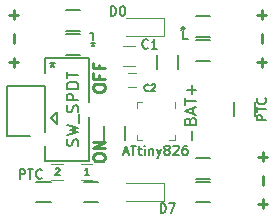
<source format=gbr>
%TF.GenerationSoftware,KiCad,Pcbnew,(5.1.10)-1*%
%TF.CreationDate,2022-03-19T18:42:39-07:00*%
%TF.ProjectId,project,70726f6a-6563-4742-9e6b-696361645f70,0.0*%
%TF.SameCoordinates,Original*%
%TF.FileFunction,Legend,Top*%
%TF.FilePolarity,Positive*%
%FSLAX46Y46*%
G04 Gerber Fmt 4.6, Leading zero omitted, Abs format (unit mm)*
G04 Created by KiCad (PCBNEW (5.1.10)-1) date 2022-03-19 18:42:39*
%MOMM*%
%LPD*%
G01*
G04 APERTURE LIST*
%ADD10C,0.150000*%
%ADD11C,0.250000*%
%ADD12C,0.200000*%
%ADD13C,0.152400*%
%ADD14C,0.120000*%
G04 APERTURE END LIST*
D10*
X142800000Y-87000000D02*
X143200000Y-87000000D01*
X142800000Y-86400000D02*
X142800000Y-87000000D01*
X135200000Y-86500000D02*
X134900000Y-86500000D01*
X135200000Y-87100000D02*
X135200000Y-86500000D01*
D11*
X135202380Y-97154761D02*
X135202380Y-96964285D01*
X135250000Y-96869047D01*
X135345238Y-96773809D01*
X135535714Y-96726190D01*
X135869047Y-96726190D01*
X136059523Y-96773809D01*
X136154761Y-96869047D01*
X136202380Y-96964285D01*
X136202380Y-97154761D01*
X136154761Y-97250000D01*
X136059523Y-97345238D01*
X135869047Y-97392857D01*
X135535714Y-97392857D01*
X135345238Y-97345238D01*
X135250000Y-97250000D01*
X135202380Y-97154761D01*
X136202380Y-96297619D02*
X135202380Y-96297619D01*
X136202380Y-95726190D01*
X135202380Y-95726190D01*
X135202380Y-91250000D02*
X135202380Y-91059523D01*
X135250000Y-90964285D01*
X135345238Y-90869047D01*
X135535714Y-90821428D01*
X135869047Y-90821428D01*
X136059523Y-90869047D01*
X136154761Y-90964285D01*
X136202380Y-91059523D01*
X136202380Y-91250000D01*
X136154761Y-91345238D01*
X136059523Y-91440476D01*
X135869047Y-91488095D01*
X135535714Y-91488095D01*
X135345238Y-91440476D01*
X135250000Y-91345238D01*
X135202380Y-91250000D01*
X135678571Y-90059523D02*
X135678571Y-90392857D01*
X136202380Y-90392857D02*
X135202380Y-90392857D01*
X135202380Y-89916666D01*
X135678571Y-89202380D02*
X135678571Y-89535714D01*
X136202380Y-89535714D02*
X135202380Y-89535714D01*
X135202380Y-89059523D01*
D12*
X143571428Y-95559523D02*
X143571428Y-94797619D01*
X143428571Y-93988095D02*
X143476190Y-93845238D01*
X143523809Y-93797619D01*
X143619047Y-93750000D01*
X143761904Y-93750000D01*
X143857142Y-93797619D01*
X143904761Y-93845238D01*
X143952380Y-93940476D01*
X143952380Y-94321428D01*
X142952380Y-94321428D01*
X142952380Y-93988095D01*
X143000000Y-93892857D01*
X143047619Y-93845238D01*
X143142857Y-93797619D01*
X143238095Y-93797619D01*
X143333333Y-93845238D01*
X143380952Y-93892857D01*
X143428571Y-93988095D01*
X143428571Y-94321428D01*
X143666666Y-93369047D02*
X143666666Y-92892857D01*
X143952380Y-93464285D02*
X142952380Y-93130952D01*
X143952380Y-92797619D01*
X142952380Y-92607142D02*
X142952380Y-92035714D01*
X143952380Y-92321428D02*
X142952380Y-92321428D01*
X143571428Y-91702380D02*
X143571428Y-90940476D01*
X143952380Y-91321428D02*
X143190476Y-91321428D01*
D11*
X149571428Y-101380952D02*
X149571428Y-100619047D01*
X149952380Y-101000000D02*
X149190476Y-101000000D01*
X149571428Y-99380952D02*
X149571428Y-98619047D01*
X149571428Y-97380952D02*
X149571428Y-96619047D01*
X149952380Y-97000000D02*
X149190476Y-97000000D01*
X149471428Y-89380952D02*
X149471428Y-88619047D01*
X149852380Y-89000000D02*
X149090476Y-89000000D01*
X149471428Y-87380952D02*
X149471428Y-86619047D01*
X149471428Y-85380952D02*
X149471428Y-84619047D01*
X149852380Y-85000000D02*
X149090476Y-85000000D01*
X128471428Y-89380952D02*
X128471428Y-88619047D01*
X128852380Y-89000000D02*
X128090476Y-89000000D01*
X128471428Y-87380952D02*
X128471428Y-86619047D01*
X128471428Y-85380952D02*
X128471428Y-84619047D01*
X128852380Y-85000000D02*
X128090476Y-85000000D01*
D10*
%TO.C,R11*%
X132900000Y-84625000D02*
X134100000Y-84625000D01*
X134100000Y-86375000D02*
X132900000Y-86375000D01*
%TO.C,R3*%
X132900000Y-86625000D02*
X134100000Y-86625000D01*
X134100000Y-88375000D02*
X132900000Y-88375000D01*
%TO.C,R4*%
X145100000Y-100875000D02*
X143900000Y-100875000D01*
X143900000Y-99125000D02*
X145100000Y-99125000D01*
%TO.C,R5*%
X145100000Y-98875000D02*
X143900000Y-98875000D01*
X143900000Y-97125000D02*
X145100000Y-97125000D01*
%TO.C,R6*%
X145100000Y-86875000D02*
X143900000Y-86875000D01*
X143900000Y-85125000D02*
X145100000Y-85125000D01*
%TO.C,R7*%
X145100000Y-88875000D02*
X143900000Y-88875000D01*
X143900000Y-87125000D02*
X145100000Y-87125000D01*
%TO.C,R8*%
X140625000Y-89600000D02*
X140625000Y-88400000D01*
X142375000Y-88400000D02*
X142375000Y-89600000D01*
%TO.C,R9*%
X135600000Y-100875000D02*
X134400000Y-100875000D01*
X134400000Y-99125000D02*
X135600000Y-99125000D01*
%TO.C,R10*%
X136125000Y-95600000D02*
X136125000Y-94400000D01*
X137875000Y-94400000D02*
X137875000Y-95600000D01*
%TO.C,J3*%
X129880000Y-95250000D02*
X127950000Y-95250000D01*
X127950000Y-95250000D02*
X127950000Y-91000000D01*
X127950000Y-91000000D02*
X131150000Y-91000000D01*
X131150000Y-91000000D02*
X131150000Y-93980000D01*
X131650000Y-93750000D02*
X132150000Y-93250000D01*
X132150000Y-93250000D02*
X132150000Y-94250000D01*
X132150000Y-94250000D02*
X131650000Y-93750000D01*
D13*
%TO.C,SW1*%
X131120400Y-97381500D02*
X134879600Y-97381500D01*
X134879600Y-97381500D02*
X134879600Y-93612140D01*
X134879600Y-88618500D02*
X131120400Y-88618500D01*
X131120400Y-88618500D02*
X131120400Y-89887860D01*
X131120400Y-91112140D02*
X131120400Y-94887860D01*
X131120400Y-96112140D02*
X131120400Y-97381500D01*
X134879600Y-92387860D02*
X134879600Y-88618500D01*
D10*
%TO.C,F2*%
X147125000Y-93600000D02*
X147125000Y-92400000D01*
X148875000Y-92400000D02*
X148875000Y-93600000D01*
%TO.C,F1*%
X130400000Y-99125000D02*
X131600000Y-99125000D01*
X131600000Y-100875000D02*
X130400000Y-100875000D01*
D14*
%TO.C,C1*%
X137750000Y-89350000D02*
X138750000Y-89350000D01*
X138750000Y-87650000D02*
X137750000Y-87650000D01*
%TO.C,C2*%
X138150000Y-89900000D02*
X138850000Y-89900000D01*
X138850000Y-91100000D02*
X138150000Y-91100000D01*
%TO.C,U1*%
X142110000Y-92840000D02*
X142110000Y-92390000D01*
X138890000Y-95610000D02*
X139340000Y-95610000D01*
X138890000Y-95160000D02*
X138890000Y-95610000D01*
X138890000Y-92390000D02*
X139340000Y-92390000D01*
X138890000Y-92840000D02*
X138890000Y-92390000D01*
X142110000Y-95610000D02*
X141660000Y-95610000D01*
X142110000Y-95160000D02*
X142110000Y-95610000D01*
%TO.C,D0*%
X141200000Y-86750000D02*
X141200000Y-85250000D01*
X141200000Y-86750000D02*
X138000000Y-86750000D01*
X138000000Y-85250000D02*
X141200000Y-85250000D01*
%TO.C,D7*%
X138000000Y-99250000D02*
X141200000Y-99250000D01*
X141200000Y-100750000D02*
X138000000Y-100750000D01*
X141200000Y-100750000D02*
X141200000Y-99250000D01*
%TO.C,R1*%
X135150000Y-98980000D02*
X134150000Y-98980000D01*
X134150000Y-97620000D02*
X135150000Y-97620000D01*
%TO.C,R2*%
X131650000Y-97620000D02*
X132650000Y-97620000D01*
X132650000Y-98980000D02*
X131650000Y-98980000D01*
%TO.C,R3*%
D10*
X135200000Y-87261904D02*
X135200000Y-87452380D01*
X135009523Y-87376190D02*
X135200000Y-87452380D01*
X135390476Y-87376190D01*
X135085714Y-87604761D02*
X135200000Y-87452380D01*
X135314285Y-87604761D01*
%TO.C,R6*%
X142800000Y-85961904D02*
X142800000Y-86152380D01*
X142609523Y-86076190D02*
X142800000Y-86152380D01*
X142990476Y-86076190D01*
X142685714Y-86304761D02*
X142800000Y-86152380D01*
X142914285Y-86304761D01*
%TO.C,SW1*%
X133904761Y-96095238D02*
X133952380Y-95952380D01*
X133952380Y-95714285D01*
X133904761Y-95619047D01*
X133857142Y-95571428D01*
X133761904Y-95523809D01*
X133666666Y-95523809D01*
X133571428Y-95571428D01*
X133523809Y-95619047D01*
X133476190Y-95714285D01*
X133428571Y-95904761D01*
X133380952Y-96000000D01*
X133333333Y-96047619D01*
X133238095Y-96095238D01*
X133142857Y-96095238D01*
X133047619Y-96047619D01*
X133000000Y-96000000D01*
X132952380Y-95904761D01*
X132952380Y-95666666D01*
X133000000Y-95523809D01*
X132952380Y-95190476D02*
X133952380Y-94952380D01*
X133238095Y-94761904D01*
X133952380Y-94571428D01*
X132952380Y-94333333D01*
X134047619Y-94190476D02*
X134047619Y-93428571D01*
X133904761Y-93238095D02*
X133952380Y-93095238D01*
X133952380Y-92857142D01*
X133904761Y-92761904D01*
X133857142Y-92714285D01*
X133761904Y-92666666D01*
X133666666Y-92666666D01*
X133571428Y-92714285D01*
X133523809Y-92761904D01*
X133476190Y-92857142D01*
X133428571Y-93047619D01*
X133380952Y-93142857D01*
X133333333Y-93190476D01*
X133238095Y-93238095D01*
X133142857Y-93238095D01*
X133047619Y-93190476D01*
X133000000Y-93142857D01*
X132952380Y-93047619D01*
X132952380Y-92809523D01*
X133000000Y-92666666D01*
X133952380Y-92238095D02*
X132952380Y-92238095D01*
X132952380Y-91857142D01*
X133000000Y-91761904D01*
X133047619Y-91714285D01*
X133142857Y-91666666D01*
X133285714Y-91666666D01*
X133380952Y-91714285D01*
X133428571Y-91761904D01*
X133476190Y-91857142D01*
X133476190Y-92238095D01*
X133952380Y-91238095D02*
X132952380Y-91238095D01*
X132952380Y-91000000D01*
X133000000Y-90857142D01*
X133095238Y-90761904D01*
X133190476Y-90714285D01*
X133380952Y-90666666D01*
X133523809Y-90666666D01*
X133714285Y-90714285D01*
X133809523Y-90761904D01*
X133904761Y-90857142D01*
X133952380Y-91000000D01*
X133952380Y-91238095D01*
X132952380Y-90380952D02*
X132952380Y-89809523D01*
X133952380Y-90095238D02*
X132952380Y-90095238D01*
X131750000Y-88952380D02*
X131750000Y-89190476D01*
X131511904Y-89095238D02*
X131750000Y-89190476D01*
X131988095Y-89095238D01*
X131607142Y-89380952D02*
X131750000Y-89190476D01*
X131892857Y-89380952D01*
X131750000Y-88952380D02*
X131750000Y-89190476D01*
X131511904Y-89095238D02*
X131750000Y-89190476D01*
X131988095Y-89095238D01*
X131607142Y-89380952D02*
X131750000Y-89190476D01*
X131892857Y-89380952D01*
%TO.C,F2*%
X149861904Y-93914285D02*
X149061904Y-93914285D01*
X149061904Y-93609523D01*
X149100000Y-93533333D01*
X149138095Y-93495238D01*
X149214285Y-93457142D01*
X149328571Y-93457142D01*
X149404761Y-93495238D01*
X149442857Y-93533333D01*
X149480952Y-93609523D01*
X149480952Y-93914285D01*
X149061904Y-93228571D02*
X149061904Y-92771428D01*
X149861904Y-93000000D02*
X149061904Y-93000000D01*
X149785714Y-92047619D02*
X149823809Y-92085714D01*
X149861904Y-92200000D01*
X149861904Y-92276190D01*
X149823809Y-92390476D01*
X149747619Y-92466666D01*
X149671428Y-92504761D01*
X149519047Y-92542857D01*
X149404761Y-92542857D01*
X149252380Y-92504761D01*
X149176190Y-92466666D01*
X149100000Y-92390476D01*
X149061904Y-92276190D01*
X149061904Y-92200000D01*
X149100000Y-92085714D01*
X149138095Y-92047619D01*
%TO.C,F1*%
X128985714Y-98861904D02*
X128985714Y-98061904D01*
X129290476Y-98061904D01*
X129366666Y-98100000D01*
X129404761Y-98138095D01*
X129442857Y-98214285D01*
X129442857Y-98328571D01*
X129404761Y-98404761D01*
X129366666Y-98442857D01*
X129290476Y-98480952D01*
X128985714Y-98480952D01*
X129671428Y-98061904D02*
X130128571Y-98061904D01*
X129900000Y-98861904D02*
X129900000Y-98061904D01*
X130852380Y-98785714D02*
X130814285Y-98823809D01*
X130700000Y-98861904D01*
X130623809Y-98861904D01*
X130509523Y-98823809D01*
X130433333Y-98747619D01*
X130395238Y-98671428D01*
X130357142Y-98519047D01*
X130357142Y-98404761D01*
X130395238Y-98252380D01*
X130433333Y-98176190D01*
X130509523Y-98100000D01*
X130623809Y-98061904D01*
X130700000Y-98061904D01*
X130814285Y-98100000D01*
X130852380Y-98138095D01*
%TO.C,C1*%
X139866666Y-87785714D02*
X139828571Y-87823809D01*
X139714285Y-87861904D01*
X139638095Y-87861904D01*
X139523809Y-87823809D01*
X139447619Y-87747619D01*
X139409523Y-87671428D01*
X139371428Y-87519047D01*
X139371428Y-87404761D01*
X139409523Y-87252380D01*
X139447619Y-87176190D01*
X139523809Y-87100000D01*
X139638095Y-87061904D01*
X139714285Y-87061904D01*
X139828571Y-87100000D01*
X139866666Y-87138095D01*
X140628571Y-87861904D02*
X140171428Y-87861904D01*
X140400000Y-87861904D02*
X140400000Y-87061904D01*
X140323809Y-87176190D01*
X140247619Y-87252380D01*
X140171428Y-87290476D01*
%TO.C,C2*%
X139900000Y-91414285D02*
X139871428Y-91442857D01*
X139785714Y-91471428D01*
X139728571Y-91471428D01*
X139642857Y-91442857D01*
X139585714Y-91385714D01*
X139557142Y-91328571D01*
X139528571Y-91214285D01*
X139528571Y-91128571D01*
X139557142Y-91014285D01*
X139585714Y-90957142D01*
X139642857Y-90900000D01*
X139728571Y-90871428D01*
X139785714Y-90871428D01*
X139871428Y-90900000D01*
X139900000Y-90928571D01*
X140128571Y-90928571D02*
X140157142Y-90900000D01*
X140214285Y-90871428D01*
X140357142Y-90871428D01*
X140414285Y-90900000D01*
X140442857Y-90928571D01*
X140471428Y-90985714D01*
X140471428Y-91042857D01*
X140442857Y-91128571D01*
X140100000Y-91471428D01*
X140471428Y-91471428D01*
%TO.C,U1*%
X137776190Y-96633333D02*
X138157142Y-96633333D01*
X137700000Y-96861904D02*
X137966666Y-96061904D01*
X138233333Y-96861904D01*
X138385714Y-96061904D02*
X138842857Y-96061904D01*
X138614285Y-96861904D02*
X138614285Y-96061904D01*
X138995238Y-96328571D02*
X139300000Y-96328571D01*
X139109523Y-96061904D02*
X139109523Y-96747619D01*
X139147619Y-96823809D01*
X139223809Y-96861904D01*
X139300000Y-96861904D01*
X139566666Y-96861904D02*
X139566666Y-96328571D01*
X139566666Y-96061904D02*
X139528571Y-96100000D01*
X139566666Y-96138095D01*
X139604761Y-96100000D01*
X139566666Y-96061904D01*
X139566666Y-96138095D01*
X139947619Y-96328571D02*
X139947619Y-96861904D01*
X139947619Y-96404761D02*
X139985714Y-96366666D01*
X140061904Y-96328571D01*
X140176190Y-96328571D01*
X140252380Y-96366666D01*
X140290476Y-96442857D01*
X140290476Y-96861904D01*
X140595238Y-96328571D02*
X140785714Y-96861904D01*
X140976190Y-96328571D02*
X140785714Y-96861904D01*
X140709523Y-97052380D01*
X140671428Y-97090476D01*
X140595238Y-97128571D01*
X141395238Y-96404761D02*
X141319047Y-96366666D01*
X141280952Y-96328571D01*
X141242857Y-96252380D01*
X141242857Y-96214285D01*
X141280952Y-96138095D01*
X141319047Y-96100000D01*
X141395238Y-96061904D01*
X141547619Y-96061904D01*
X141623809Y-96100000D01*
X141661904Y-96138095D01*
X141700000Y-96214285D01*
X141700000Y-96252380D01*
X141661904Y-96328571D01*
X141623809Y-96366666D01*
X141547619Y-96404761D01*
X141395238Y-96404761D01*
X141319047Y-96442857D01*
X141280952Y-96480952D01*
X141242857Y-96557142D01*
X141242857Y-96709523D01*
X141280952Y-96785714D01*
X141319047Y-96823809D01*
X141395238Y-96861904D01*
X141547619Y-96861904D01*
X141623809Y-96823809D01*
X141661904Y-96785714D01*
X141700000Y-96709523D01*
X141700000Y-96557142D01*
X141661904Y-96480952D01*
X141623809Y-96442857D01*
X141547619Y-96404761D01*
X142004761Y-96138095D02*
X142042857Y-96100000D01*
X142119047Y-96061904D01*
X142309523Y-96061904D01*
X142385714Y-96100000D01*
X142423809Y-96138095D01*
X142461904Y-96214285D01*
X142461904Y-96290476D01*
X142423809Y-96404761D01*
X141966666Y-96861904D01*
X142461904Y-96861904D01*
X143147619Y-96061904D02*
X142995238Y-96061904D01*
X142919047Y-96100000D01*
X142880952Y-96138095D01*
X142804761Y-96252380D01*
X142766666Y-96404761D01*
X142766666Y-96709523D01*
X142804761Y-96785714D01*
X142842857Y-96823809D01*
X142919047Y-96861904D01*
X143071428Y-96861904D01*
X143147619Y-96823809D01*
X143185714Y-96785714D01*
X143223809Y-96709523D01*
X143223809Y-96519047D01*
X143185714Y-96442857D01*
X143147619Y-96404761D01*
X143071428Y-96366666D01*
X142919047Y-96366666D01*
X142842857Y-96404761D01*
X142804761Y-96442857D01*
X142766666Y-96519047D01*
%TO.C,D0*%
X136709523Y-85061904D02*
X136709523Y-84261904D01*
X136900000Y-84261904D01*
X137014285Y-84300000D01*
X137090476Y-84376190D01*
X137128571Y-84452380D01*
X137166666Y-84604761D01*
X137166666Y-84719047D01*
X137128571Y-84871428D01*
X137090476Y-84947619D01*
X137014285Y-85023809D01*
X136900000Y-85061904D01*
X136709523Y-85061904D01*
X137661904Y-84261904D02*
X137738095Y-84261904D01*
X137814285Y-84300000D01*
X137852380Y-84338095D01*
X137890476Y-84414285D01*
X137928571Y-84566666D01*
X137928571Y-84757142D01*
X137890476Y-84909523D01*
X137852380Y-84985714D01*
X137814285Y-85023809D01*
X137738095Y-85061904D01*
X137661904Y-85061904D01*
X137585714Y-85023809D01*
X137547619Y-84985714D01*
X137509523Y-84909523D01*
X137471428Y-84757142D01*
X137471428Y-84566666D01*
X137509523Y-84414285D01*
X137547619Y-84338095D01*
X137585714Y-84300000D01*
X137661904Y-84261904D01*
%TO.C,D7*%
X140909523Y-101761904D02*
X140909523Y-100961904D01*
X141100000Y-100961904D01*
X141214285Y-101000000D01*
X141290476Y-101076190D01*
X141328571Y-101152380D01*
X141366666Y-101304761D01*
X141366666Y-101419047D01*
X141328571Y-101571428D01*
X141290476Y-101647619D01*
X141214285Y-101723809D01*
X141100000Y-101761904D01*
X140909523Y-101761904D01*
X141633333Y-100961904D02*
X142166666Y-100961904D01*
X141823809Y-101761904D01*
%TO.C,R1*%
X134871428Y-98571428D02*
X134528571Y-98571428D01*
X134700000Y-98571428D02*
X134700000Y-97971428D01*
X134642857Y-98057142D01*
X134585714Y-98114285D01*
X134528571Y-98142857D01*
%TO.C,R2*%
X132028571Y-98028571D02*
X132057142Y-98000000D01*
X132114285Y-97971428D01*
X132257142Y-97971428D01*
X132314285Y-98000000D01*
X132342857Y-98028571D01*
X132371428Y-98085714D01*
X132371428Y-98142857D01*
X132342857Y-98228571D01*
X132000000Y-98571428D01*
X132371428Y-98571428D01*
%TD*%
M02*

</source>
